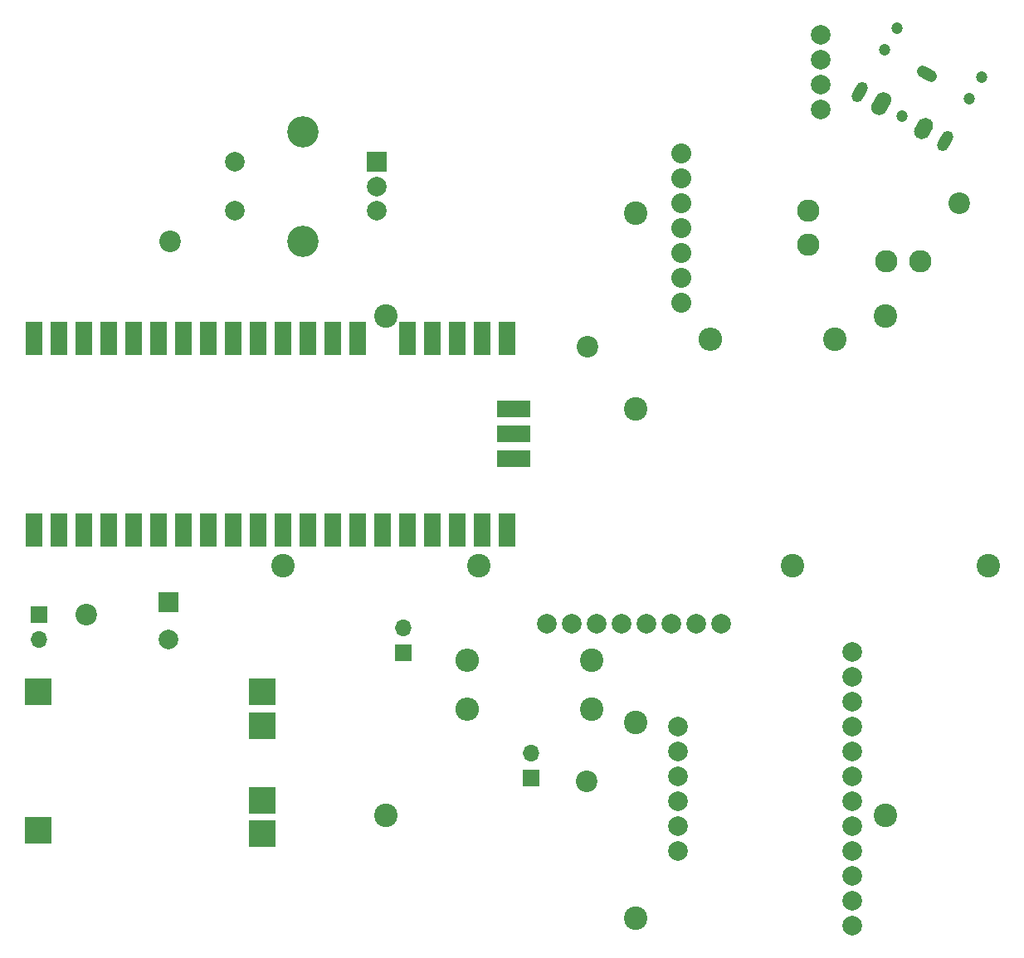
<source format=gbr>
%TF.GenerationSoftware,KiCad,Pcbnew,8.0.5*%
%TF.CreationDate,2024-09-20T22:11:25+01:00*%
%TF.ProjectId,Dodepan_PCB_THT.kicad_pro,446f6465-7061-46e5-9f50-43425f544854,rev?*%
%TF.SameCoordinates,Original*%
%TF.FileFunction,Soldermask,Top*%
%TF.FilePolarity,Negative*%
%FSLAX46Y46*%
G04 Gerber Fmt 4.6, Leading zero omitted, Abs format (unit mm)*
G04 Created by KiCad (PCBNEW 8.0.5) date 2024-09-20 22:11:25*
%MOMM*%
%LPD*%
G01*
G04 APERTURE LIST*
G04 Aperture macros list*
%AMHorizOval*
0 Thick line with rounded ends*
0 $1 width*
0 $2 $3 position (X,Y) of the first rounded end (center of the circle)*
0 $4 $5 position (X,Y) of the second rounded end (center of the circle)*
0 Add line between two ends*
20,1,$1,$2,$3,$4,$5,0*
0 Add two circle primitives to create the rounded ends*
1,1,$1,$2,$3*
1,1,$1,$4,$5*%
G04 Aperture macros list end*
%ADD10C,2.400000*%
%ADD11O,2.400000X2.400000*%
%ADD12C,2.032000*%
%ADD13C,2.286000*%
%ADD14R,1.700000X1.700000*%
%ADD15O,1.700000X1.700000*%
%ADD16R,2.800000X2.800000*%
%ADD17C,2.200000*%
%ADD18C,2.000000*%
%ADD19C,1.200000*%
%ADD20HorizOval,1.200000X-0.433013X0.250000X0.433013X-0.250000X0*%
%ADD21HorizOval,1.200000X0.250000X0.433013X-0.250000X-0.433013X0*%
%ADD22HorizOval,1.600000X0.175000X0.303109X-0.175000X-0.303109X0*%
%ADD23HorizOval,1.200000X-0.250000X-0.433013X0.250000X0.433013X0*%
%ADD24HorizOval,1.600000X-0.225000X-0.389711X0.225000X0.389711X0*%
%ADD25R,1.700000X3.500000*%
%ADD26R,3.500000X1.700000*%
%ADD27R,2.000000X2.000000*%
%ADD28C,3.200000*%
G04 APERTURE END LIST*
D10*
%TO.C,R2*%
X143200000Y-110000000D03*
D11*
X130500000Y-110000000D03*
%TD*%
D10*
%TO.C,R2*%
X143200000Y-105000000D03*
D11*
X130500000Y-105000000D03*
%TD*%
D10*
%TO.C,E8*%
X147675600Y-59385200D03*
%TD*%
D12*
%TO.C,MAX98357A*%
X152400000Y-58391200D03*
X152400000Y-60931200D03*
X152400000Y-66011200D03*
X152400000Y-63471200D03*
X152400000Y-68551200D03*
D13*
X165354000Y-62631200D03*
X165354000Y-59131200D03*
D12*
X152400000Y-53311200D03*
X152400000Y-55851200D03*
%TD*%
D13*
%TO.C,*%
X176784000Y-64262000D03*
%TD*%
D10*
%TO.C,R1*%
X168046400Y-72288400D03*
D11*
X155346400Y-72288400D03*
%TD*%
D14*
%TO.C,Battery*%
X137000000Y-117048600D03*
D15*
X137000000Y-114508600D03*
%TD*%
D10*
%TO.C,E6*%
X173151800Y-69900800D03*
%TD*%
D16*
%TO.C,TP4056*%
X86741000Y-108203500D03*
X86741000Y-122403500D03*
X109641000Y-108203500D03*
X109641000Y-122703500D03*
X109641000Y-111703500D03*
X109641000Y-119303500D03*
%TD*%
D10*
%TO.C,E11*%
X147701000Y-79375000D03*
%TD*%
%TO.C,E7*%
X122224800Y-69900800D03*
%TD*%
%TO.C,E0*%
X147701000Y-111379000D03*
%TD*%
D17*
%TO.C,REF\u002A\u002A*%
X100228400Y-62255400D03*
%TD*%
%TO.C,REF\u002A\u002A*%
X142798800Y-73050400D03*
%TD*%
D18*
%TO.C,GY-521*%
X138684000Y-101269800D03*
X141224000Y-101269800D03*
X143764000Y-101269800D03*
X146304000Y-101269800D03*
X148844000Y-101269800D03*
X151384000Y-101269800D03*
X153924000Y-101269800D03*
X156464000Y-101269800D03*
%TD*%
D17*
%TO.C,REF\u002A\u002A*%
X142697200Y-117348000D03*
%TD*%
D14*
%TO.C,Extern_5V*%
X86868000Y-100330000D03*
D15*
X86868000Y-102870000D03*
%TD*%
D10*
%TO.C,E4*%
X183692800Y-95377000D03*
%TD*%
%TO.C,E5*%
X111709200Y-95377000D03*
%TD*%
D14*
%TO.C,Power_sw*%
X123975000Y-104250000D03*
D15*
X123975000Y-101710000D03*
%TD*%
D10*
%TO.C,E10*%
X131673600Y-95351600D03*
%TD*%
D18*
%TO.C,MPR121*%
X152044400Y-111760000D03*
X152044400Y-114300000D03*
X152044400Y-116840000D03*
X152044400Y-119380000D03*
X152044400Y-121920000D03*
X152044400Y-124460000D03*
X169824400Y-132080000D03*
X169824400Y-129540000D03*
X169824400Y-127000000D03*
X169824400Y-124460000D03*
X169824400Y-121920000D03*
X169824400Y-119380000D03*
X169824400Y-116840000D03*
X169824400Y-114300000D03*
X169824400Y-111760000D03*
X169824400Y-109220000D03*
X169824400Y-106680000D03*
X169824400Y-104140000D03*
%TD*%
D19*
%TO.C,3.5mm jack*%
X181750000Y-47665064D03*
X183000000Y-45500000D03*
X174919873Y-49495191D03*
X173089746Y-42665064D03*
X174339746Y-40500000D03*
D20*
X177419873Y-45165064D03*
D21*
X179250000Y-51995191D03*
D22*
X177084937Y-50745191D03*
D23*
X170589746Y-46995191D03*
D24*
X172754809Y-48245191D03*
%TD*%
D13*
%TO.C,*%
X173284000Y-64262000D03*
%TD*%
D10*
%TO.C,E2*%
X173151800Y-120827800D03*
%TD*%
D25*
%TO.C,Raspberry Pi Pico 2*%
X86360000Y-91705000D03*
X88900000Y-91705000D03*
X91440000Y-91705000D03*
X93980000Y-91705000D03*
X96520000Y-91705000D03*
X99060000Y-91705000D03*
X101600000Y-91705000D03*
X104140000Y-91705000D03*
X106680000Y-91705000D03*
X109220000Y-91705000D03*
X111760000Y-91705000D03*
X114300000Y-91705000D03*
X116840000Y-91705000D03*
X119380000Y-91705000D03*
X121920000Y-91705000D03*
X124460000Y-91705000D03*
X127000000Y-91705000D03*
X129540000Y-91705000D03*
X132080000Y-91705000D03*
X134620000Y-91705000D03*
X134620000Y-72125000D03*
X132080000Y-72125000D03*
X129540000Y-72125000D03*
X127000000Y-72125000D03*
X124460000Y-72125000D03*
X119380000Y-72125000D03*
X116840000Y-72125000D03*
X114300000Y-72125000D03*
X111760000Y-72125000D03*
X109220000Y-72125000D03*
X106680000Y-72125000D03*
X104140000Y-72125000D03*
X101600000Y-72125000D03*
X99060000Y-72125000D03*
X96520000Y-72125000D03*
X93980000Y-72125000D03*
X91440000Y-72125000D03*
X88900000Y-72125000D03*
X86360000Y-72125000D03*
D26*
X135290000Y-84455000D03*
X135290000Y-81915000D03*
X135290000Y-79375000D03*
%TD*%
D10*
%TO.C,E3*%
X122250200Y-120853200D03*
%TD*%
D17*
%TO.C,REF\u002A\u002A*%
X91694000Y-100330000D03*
%TD*%
D27*
%TO.C,C1*%
X100076000Y-99070000D03*
D18*
X100076000Y-102870000D03*
%TD*%
D10*
%TO.C,E9*%
X163677600Y-95377000D03*
%TD*%
D17*
%TO.C,REF\u002A\u002A*%
X180695600Y-58369200D03*
%TD*%
D10*
%TO.C,E1*%
X147675600Y-131368800D03*
%TD*%
D18*
%TO.C,OLED*%
X166560000Y-48768000D03*
X166560000Y-46228000D03*
X166560000Y-43688000D03*
X166560000Y-41148000D03*
%TD*%
D27*
%TO.C,Encoder*%
X121285000Y-54142000D03*
D18*
X121285000Y-59142000D03*
X121285000Y-56642000D03*
D28*
X113785000Y-62242000D03*
X113785000Y-51042000D03*
D18*
X106785000Y-59142000D03*
X106785000Y-54142000D03*
%TD*%
M02*

</source>
